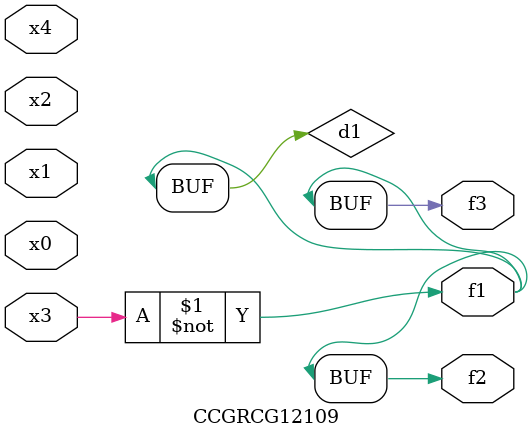
<source format=v>
module CCGRCG12109(
	input x0, x1, x2, x3, x4,
	output f1, f2, f3
);

	wire d1, d2;

	xnor (d1, x3);
	not (d2, x1);
	assign f1 = d1;
	assign f2 = d1;
	assign f3 = d1;
endmodule

</source>
